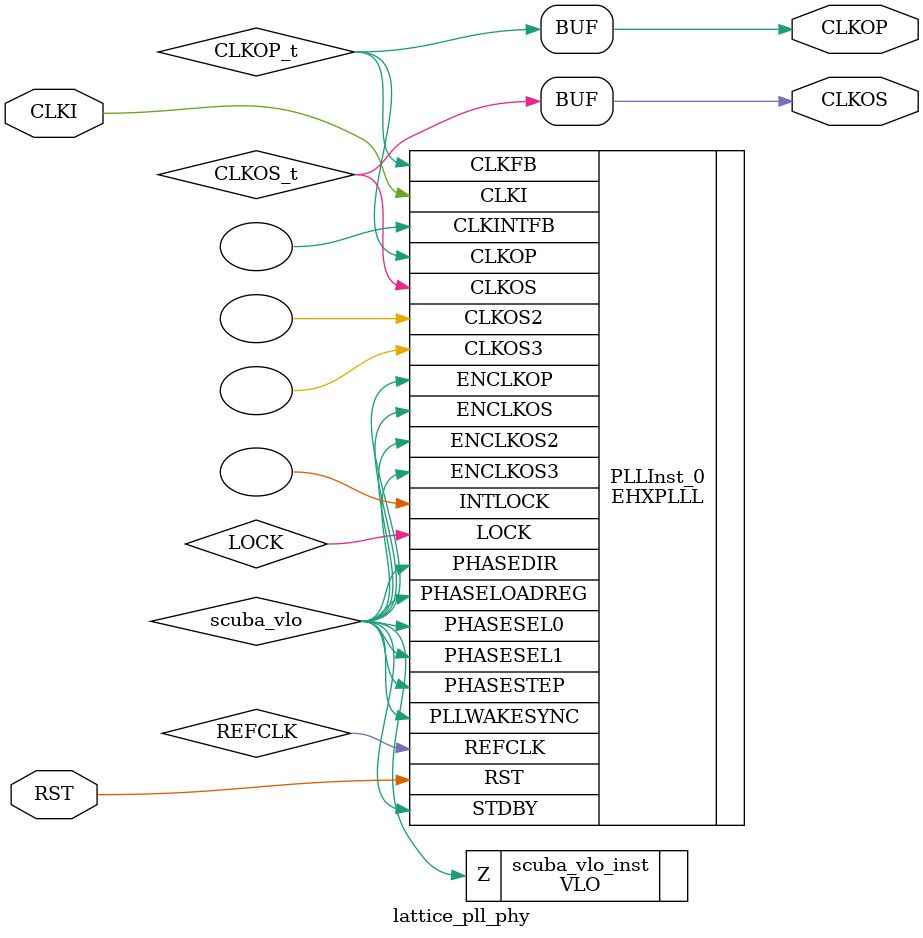
<source format=v>
/* Verilog netlist generated by SCUBA Diamond (64-bit) 3.14.0.75.2 */
/* Module Version: 5.7 */
/* C:\Programme2\Lattice\Diamond\ispfpga\bin\nt64\scuba.exe -w -n lattice_pll_phy -lang verilog -synth synplify -bus_exp 7 -bb -arch sa5p00 -type pll -fin 16 -fclkop 200 -fclkop_tol 0.0 -fclkos 50 -fclkos_tol 0.0 -phases 0 -phase_cntl STATIC -rst -fb_mode 1 -fdc O:/fpga/lattice/claritydesigner/lattice_pll_phy/lattice_pll_phy.fdc  */
/* Tue Feb 24 08:35:36 2026 */


`timescale 1 ns / 1 ps
module lattice_pll_phy (CLKI, RST, CLKOP, CLKOS)/* synthesis NGD_DRC_MASK=1 */;
    input wire CLKI;
    input wire RST;
    output wire CLKOP;
    output wire CLKOS;

    wire REFCLK;
    wire LOCK;
    wire CLKOS_t;
    wire CLKOP_t;
    wire scuba_vhi;
    wire scuba_vlo;

    VHI scuba_vhi_inst (.Z(scuba_vhi));

    VLO scuba_vlo_inst (.Z(scuba_vlo));

    defparam PLLInst_0.PLLRST_ENA = "ENABLED" ;
    defparam PLLInst_0.INTFB_WAKE = "DISABLED" ;
    defparam PLLInst_0.STDBY_ENABLE = "DISABLED" ;
    defparam PLLInst_0.DPHASE_SOURCE = "DISABLED" ;
    defparam PLLInst_0.CLKOS3_FPHASE = 0 ;
    defparam PLLInst_0.CLKOS3_CPHASE = 0 ;
    defparam PLLInst_0.CLKOS2_FPHASE = 0 ;
    defparam PLLInst_0.CLKOS2_CPHASE = 0 ;
    defparam PLLInst_0.CLKOS_FPHASE = 0 ;
    defparam PLLInst_0.CLKOS_CPHASE = 11 ;
    defparam PLLInst_0.CLKOP_FPHASE = 0 ;
    defparam PLLInst_0.CLKOP_CPHASE = 2 ;
    defparam PLLInst_0.PLL_LOCK_MODE = 0 ;
    defparam PLLInst_0.CLKOS_TRIM_DELAY = 0 ;
    defparam PLLInst_0.CLKOS_TRIM_POL = "FALLING" ;
    defparam PLLInst_0.CLKOP_TRIM_DELAY = 0 ;
    defparam PLLInst_0.CLKOP_TRIM_POL = "FALLING" ;
    defparam PLLInst_0.OUTDIVIDER_MUXD = "DIVD" ;
    defparam PLLInst_0.CLKOS3_ENABLE = "DISABLED" ;
    defparam PLLInst_0.OUTDIVIDER_MUXC = "DIVC" ;
    defparam PLLInst_0.CLKOS2_ENABLE = "DISABLED" ;
    defparam PLLInst_0.OUTDIVIDER_MUXB = "DIVB" ;
    defparam PLLInst_0.CLKOS_ENABLE = "ENABLED" ;
    defparam PLLInst_0.OUTDIVIDER_MUXA = "DIVA" ;
    defparam PLLInst_0.CLKOP_ENABLE = "ENABLED" ;
    defparam PLLInst_0.CLKOS3_DIV = 1 ;
    defparam PLLInst_0.CLKOS2_DIV = 1 ;
    defparam PLLInst_0.CLKOS_DIV = 12 ;
    defparam PLLInst_0.CLKOP_DIV = 3 ;
    defparam PLLInst_0.CLKFB_DIV = 25 ;
    defparam PLLInst_0.CLKI_DIV = 2 ;
    defparam PLLInst_0.FEEDBK_PATH = "CLKOP" ;
    EHXPLLL PLLInst_0 (.CLKI(CLKI), .CLKFB(CLKOP_t), .PHASESEL1(scuba_vlo), 
        .PHASESEL0(scuba_vlo), .PHASEDIR(scuba_vlo), .PHASESTEP(scuba_vlo), 
        .PHASELOADREG(scuba_vlo), .STDBY(scuba_vlo), .PLLWAKESYNC(scuba_vlo), 
        .RST(RST), .ENCLKOP(scuba_vlo), .ENCLKOS(scuba_vlo), .ENCLKOS2(scuba_vlo), 
        .ENCLKOS3(scuba_vlo), .CLKOP(CLKOP_t), .CLKOS(CLKOS_t), .CLKOS2(), 
        .CLKOS3(), .LOCK(LOCK), .INTLOCK(), .REFCLK(REFCLK), .CLKINTFB())
             /* synthesis FREQUENCY_PIN_CLKOS="50.000000" */
             /* synthesis FREQUENCY_PIN_CLKOP="200.000000" */
             /* synthesis FREQUENCY_PIN_CLKI="16.000000" */
             /* synthesis ICP_CURRENT="5" */
             /* synthesis LPF_RESISTOR="16" */;

    assign CLKOS = CLKOS_t;
    assign CLKOP = CLKOP_t;


    // exemplar begin
    // exemplar attribute PLLInst_0 FREQUENCY_PIN_CLKOS 50.000000
    // exemplar attribute PLLInst_0 FREQUENCY_PIN_CLKOP 200.000000
    // exemplar attribute PLLInst_0 FREQUENCY_PIN_CLKI 16.000000
    // exemplar attribute PLLInst_0 ICP_CURRENT 5
    // exemplar attribute PLLInst_0 LPF_RESISTOR 16
    // exemplar end

endmodule

</source>
